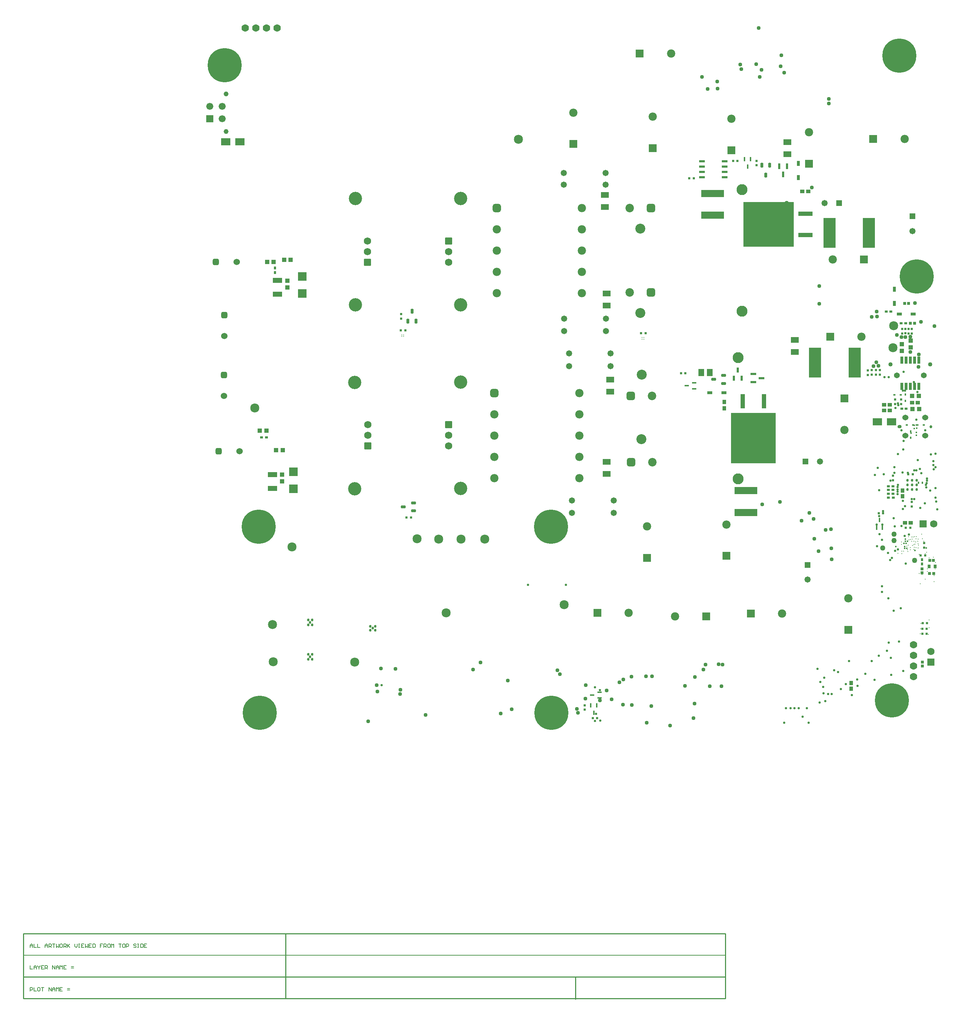
<source format=gbs>
G04*
G04 #@! TF.GenerationSoftware,Altium Limited,Altium Designer,24.3.1 (35)*
G04*
G04 Layer_Color=16711935*
%FSAX25Y25*%
%MOIN*%
G70*
G04*
G04 #@! TF.SameCoordinates,8ECB5597-4BEE-4FB2-8F1C-C82D3C8D71A6*
G04*
G04*
G04 #@! TF.FilePolarity,Negative*
G04*
G01*
G75*
%ADD13C,0.01000*%
%ADD16C,0.00800*%
%ADD18C,0.00600*%
%ADD38R,0.02200X0.02000*%
%ADD39R,0.04375X0.01775*%
%ADD67R,0.02600X0.02000*%
%ADD79R,0.02200X0.02800*%
%ADD80R,0.02000X0.02400*%
%ADD100R,0.03740X0.04432*%
%ADD108C,0.01300*%
%ADD120R,0.02400X0.02000*%
%ADD121R,0.04432X0.03740*%
%ADD123R,0.02000X0.02600*%
%ADD131R,0.04800X0.03000*%
%ADD136R,0.02000X0.02200*%
%ADD138R,0.02800X0.02200*%
%ADD142R,0.01800X0.02200*%
%ADD144R,0.03098X0.02783*%
%ADD145R,0.03098X0.02783*%
%ADD146R,0.04437X0.04240*%
%ADD180R,0.09161X0.04831*%
%ADD182R,0.02600X0.02800*%
%ADD184R,0.04240X0.04437*%
%ADD189R,0.07783X0.05618*%
%ADD190R,0.05500X0.06800*%
G04:AMPARAMS|DCode=194|XSize=28.62mil|YSize=44.37mil|CornerRadius=8.41mil|HoleSize=0mil|Usage=FLASHONLY|Rotation=180.000|XOffset=0mil|YOffset=0mil|HoleType=Round|Shape=RoundedRectangle|*
%AMROUNDEDRECTD194*
21,1,0.02862,0.02756,0,0,180.0*
21,1,0.01181,0.04437,0,0,180.0*
1,1,0.01681,-0.00591,0.01378*
1,1,0.01681,0.00591,0.01378*
1,1,0.01681,0.00591,-0.01378*
1,1,0.01681,-0.00591,-0.01378*
%
%ADD194ROUNDEDRECTD194*%
%ADD195R,0.02783X0.03098*%
%ADD196R,0.02783X0.03098*%
%ADD197R,0.21366X0.06799*%
G04:AMPARAMS|DCode=201|XSize=28.62mil|YSize=44.37mil|CornerRadius=8.41mil|HoleSize=0mil|Usage=FLASHONLY|Rotation=270.000|XOffset=0mil|YOffset=0mil|HoleType=Round|Shape=RoundedRectangle|*
%AMROUNDEDRECTD201*
21,1,0.02862,0.02756,0,0,270.0*
21,1,0.01181,0.04437,0,0,270.0*
1,1,0.01681,-0.01378,-0.00591*
1,1,0.01681,-0.01378,0.00591*
1,1,0.01681,0.01378,0.00591*
1,1,0.01681,0.01378,-0.00591*
%
%ADD201ROUNDEDRECTD201*%
%ADD202C,0.31996*%
%ADD203C,0.06996*%
G04:AMPARAMS|DCode=204|XSize=77.83mil|YSize=77.83mil|CornerRadius=20.71mil|HoleSize=0mil|Usage=FLASHONLY|Rotation=0.000|XOffset=0mil|YOffset=0mil|HoleType=Round|Shape=RoundedRectangle|*
%AMROUNDEDRECTD204*
21,1,0.07783,0.03642,0,0,0.0*
21,1,0.03642,0.07783,0,0,0.0*
1,1,0.04142,0.01821,-0.01821*
1,1,0.04142,-0.01821,-0.01821*
1,1,0.04142,-0.01821,0.01821*
1,1,0.04142,0.01821,0.01821*
%
%ADD204ROUNDEDRECTD204*%
%ADD205C,0.07783*%
%ADD206C,0.06012*%
G04:AMPARAMS|DCode=207|XSize=60.12mil|YSize=60.12mil|CornerRadius=16.28mil|HoleSize=0mil|Usage=FLASHONLY|Rotation=270.000|XOffset=0mil|YOffset=0mil|HoleType=Round|Shape=RoundedRectangle|*
%AMROUNDEDRECTD207*
21,1,0.06012,0.02756,0,0,270.0*
21,1,0.02756,0.06012,0,0,270.0*
1,1,0.03256,-0.01378,-0.01378*
1,1,0.03256,-0.01378,0.01378*
1,1,0.03256,0.01378,0.01378*
1,1,0.03256,0.01378,-0.01378*
%
%ADD207ROUNDEDRECTD207*%
%ADD208C,0.05000*%
G04:AMPARAMS|DCode=209|XSize=79.8mil|YSize=79.8mil|CornerRadius=21.2mil|HoleSize=0mil|Usage=FLASHONLY|Rotation=0.000|XOffset=0mil|YOffset=0mil|HoleType=Round|Shape=RoundedRectangle|*
%AMROUNDEDRECTD209*
21,1,0.07980,0.03740,0,0,0.0*
21,1,0.03740,0.07980,0,0,0.0*
1,1,0.04240,0.01870,-0.01870*
1,1,0.04240,-0.01870,-0.01870*
1,1,0.04240,-0.01870,0.01870*
1,1,0.04240,0.01870,0.01870*
%
%ADD209ROUNDEDRECTD209*%
%ADD210C,0.07980*%
%ADD211C,0.05413*%
%ADD212C,0.04004*%
%ADD213C,0.05815*%
%ADD214C,0.08500*%
%ADD215C,0.06799*%
G04:AMPARAMS|DCode=216|XSize=67.99mil|YSize=67.99mil|CornerRadius=10.37mil|HoleSize=0mil|Usage=FLASHONLY|Rotation=180.000|XOffset=0mil|YOffset=0mil|HoleType=Round|Shape=RoundedRectangle|*
%AMROUNDEDRECTD216*
21,1,0.06799,0.04724,0,0,180.0*
21,1,0.04724,0.06799,0,0,180.0*
1,1,0.02075,-0.02362,0.02362*
1,1,0.02075,0.02362,0.02362*
1,1,0.02075,0.02362,-0.02362*
1,1,0.02075,-0.02362,-0.02362*
%
%ADD216ROUNDEDRECTD216*%
%ADD217R,0.06819X0.06819*%
%ADD218C,0.06819*%
%ADD219R,0.06584X0.06584*%
%ADD220C,0.06584*%
%ADD221C,0.04616*%
%ADD222R,0.07783X0.07783*%
%ADD223C,0.07783*%
%ADD224R,0.05815X0.05815*%
%ADD225C,0.12508*%
%ADD226C,0.02744*%
%ADD227O,0.06012X0.05028*%
%ADD228C,0.09358*%
%ADD229C,0.10343*%
G04:AMPARAMS|DCode=230|XSize=60.12mil|YSize=60.12mil|CornerRadius=16.28mil|HoleSize=0mil|Usage=FLASHONLY|Rotation=0.000|XOffset=0mil|YOffset=0mil|HoleType=Round|Shape=RoundedRectangle|*
%AMROUNDEDRECTD230*
21,1,0.06012,0.02756,0,0,0.0*
21,1,0.02756,0.06012,0,0,0.0*
1,1,0.03256,0.01378,-0.01378*
1,1,0.03256,-0.01378,-0.01378*
1,1,0.03256,-0.01378,0.01378*
1,1,0.03256,0.01378,0.01378*
%
%ADD230ROUNDEDRECTD230*%
%ADD231R,0.07783X0.07783*%
%ADD232R,0.05815X0.05815*%
%ADD233R,0.06819X0.06819*%
%ADD234C,0.02100*%
%ADD235C,0.01500*%
%ADD236C,0.02468*%
%ADD237C,0.03700*%
%ADD238C,0.01700*%
%ADD286C,0.01000*%
%ADD291R,0.02800X0.03700*%
%ADD292R,0.02400X0.01400*%
%ADD293R,0.05600X0.02200*%
%ADD294R,0.02200X0.05000*%
%ADD295R,0.05750X0.02100*%
%ADD296R,0.08600X0.06500*%
%ADD299R,0.11400X0.28000*%
%ADD302R,0.13800X0.04100*%
%ADD303R,0.47400X0.42200*%
%ADD304R,0.03740X0.03959*%
%ADD305R,0.01775X0.04375*%
%ADD306R,0.03000X0.04800*%
%ADD307R,0.03959X0.03740*%
%ADD308R,0.02200X0.05600*%
%ADD309R,0.04100X0.13800*%
%ADD310R,0.42200X0.47400*%
%ADD311R,0.01400X0.02400*%
%ADD314R,0.08374X0.08374*%
%ADD315R,0.02862X0.06799*%
G36*
X0863760Y0576250D02*
X0863681Y0576254D01*
X0863602Y0576265D01*
X0863524Y0576277D01*
X0863445Y0576297D01*
X0863370Y0576321D01*
X0863295Y0576348D01*
X0863220Y0576376D01*
X0863150Y0576411D01*
X0863079Y0576450D01*
X0863012Y0576490D01*
X0862949Y0576537D01*
X0862886Y0576584D01*
X0862823Y0576636D01*
X0862768Y0576691D01*
X0862713Y0576746D01*
X0862661Y0576809D01*
X0862614Y0576872D01*
X0862567Y0576935D01*
X0862527Y0577006D01*
X0862488Y0577072D01*
X0862453Y0577143D01*
X0862425Y0577218D01*
X0862398Y0577293D01*
X0862374Y0577368D01*
X0862354Y0577447D01*
X0862342Y0577525D01*
X0862331Y0577604D01*
X0862327Y0577683D01*
X0862323Y0577762D01*
X0862327Y0577840D01*
X0862331Y0577919D01*
X0862342Y0577998D01*
X0862354Y0578077D01*
X0862374Y0578155D01*
X0862398Y0578230D01*
X0862425Y0578305D01*
X0862453Y0578380D01*
X0862488Y0578450D01*
X0862527Y0578517D01*
X0862567Y0578588D01*
X0862614Y0578651D01*
X0862661Y0578714D01*
X0862713Y0578777D01*
X0862768Y0578832D01*
X0862823Y0578888D01*
X0862886Y0578939D01*
X0862949Y0578986D01*
X0863012Y0579033D01*
X0863079Y0579073D01*
X0863150Y0579112D01*
X0863220Y0579147D01*
X0863295Y0579175D01*
X0863370Y0579202D01*
X0863445Y0579226D01*
X0863524Y0579246D01*
X0863602Y0579258D01*
X0863681Y0579269D01*
X0863760Y0579273D01*
X0863838Y0579277D01*
X0864626D01*
X0864705Y0579273D01*
X0864783Y0579269D01*
X0864862Y0579258D01*
X0864941Y0579246D01*
X0865020Y0579226D01*
X0865094Y0579202D01*
X0865169Y0579175D01*
X0865244Y0579147D01*
X0865315Y0579112D01*
X0865386Y0579073D01*
X0865453Y0579033D01*
X0865516Y0578986D01*
X0865579Y0578939D01*
X0865642Y0578888D01*
X0865697Y0578832D01*
X0865752Y0578777D01*
X0865803Y0578714D01*
X0865850Y0578651D01*
X0865898Y0578588D01*
X0865937Y0578521D01*
X0865976Y0578450D01*
X0866012Y0578380D01*
X0866039Y0578305D01*
X0866067Y0578230D01*
X0866090Y0578155D01*
X0866110Y0578077D01*
X0866122Y0577998D01*
X0866134Y0577919D01*
X0866138Y0577840D01*
X0866142Y0577762D01*
X0866138Y0577683D01*
X0866134Y0577604D01*
X0866122Y0577525D01*
X0866110Y0577447D01*
X0866090Y0577368D01*
X0866067Y0577293D01*
X0866039Y0577218D01*
X0866012Y0577143D01*
X0865976Y0577072D01*
X0865937Y0577006D01*
X0865898Y0576935D01*
X0865850Y0576872D01*
X0865803Y0576809D01*
X0865752Y0576746D01*
X0865697Y0576691D01*
X0865642Y0576636D01*
X0865579Y0576584D01*
X0865516Y0576537D01*
X0865453Y0576490D01*
X0865382Y0576450D01*
X0865315Y0576411D01*
X0865244Y0576376D01*
X0865169Y0576348D01*
X0865094Y0576321D01*
X0865020Y0576297D01*
X0864941Y0576277D01*
X0864862Y0576265D01*
X0864783Y0576254D01*
X0864705Y0576250D01*
X0864626Y0576246D01*
X0863838D01*
X0863760Y0576250D01*
D02*
G37*
G54D13*
X0559400Y0039400D02*
Y0059683D01*
X0440500Y0040050D02*
X0700200D01*
Y0101050D01*
X0286500Y0040050D02*
Y0101050D01*
X0040000Y0040050D02*
Y0101050D01*
X0040050Y0040050D02*
X0197600D01*
X0040050D02*
Y0101050D01*
Y0101050D02*
X0700200D01*
X0040000Y0040050D02*
X0440500D01*
X0040000Y0060383D02*
X0700000D01*
G54D16*
X0040000Y0080717D02*
X0700200D01*
G54D18*
X0046350Y0071049D02*
Y0067551D01*
X0048683D01*
X0049849D02*
Y0069883D01*
X0051015Y0071049D01*
X0052181Y0069883D01*
Y0067551D01*
Y0069300D01*
X0049849D01*
X0053348Y0071049D02*
Y0070466D01*
X0054514Y0069300D01*
X0055680Y0070466D01*
Y0071049D01*
X0054514Y0069300D02*
Y0067551D01*
X0059179Y0071049D02*
X0056847D01*
Y0067551D01*
X0059179D01*
X0056847Y0069300D02*
X0058013D01*
X0060346Y0067551D02*
Y0071049D01*
X0062095D01*
X0062678Y0070466D01*
Y0069300D01*
X0062095Y0068717D01*
X0060346D01*
X0061512D02*
X0062678Y0067551D01*
X0067343D02*
Y0071049D01*
X0069676Y0067551D01*
Y0071049D01*
X0070842Y0067551D02*
Y0069883D01*
X0072008Y0071049D01*
X0073175Y0069883D01*
Y0067551D01*
Y0069300D01*
X0070842D01*
X0074341Y0067551D02*
Y0071049D01*
X0075507Y0069883D01*
X0076674Y0071049D01*
Y0067551D01*
X0080172Y0071049D02*
X0077840D01*
Y0067551D01*
X0080172D01*
X0077840Y0069300D02*
X0079006D01*
X0084838Y0068717D02*
X0087170D01*
X0084838Y0069883D02*
X0087170D01*
X0046350Y0046966D02*
Y0050465D01*
X0048099D01*
X0048683Y0049882D01*
Y0048716D01*
X0048099Y0048133D01*
X0046350D01*
X0049849Y0050465D02*
Y0046966D01*
X0052181D01*
X0055097Y0050465D02*
X0053931D01*
X0053348Y0049882D01*
Y0047550D01*
X0053931Y0046966D01*
X0055097D01*
X0055680Y0047550D01*
Y0049882D01*
X0055097Y0050465D01*
X0056847D02*
X0059179D01*
X0058013D01*
Y0046966D01*
X0063844D02*
Y0050465D01*
X0066177Y0046966D01*
Y0050465D01*
X0067343Y0046966D02*
Y0049299D01*
X0068510Y0050465D01*
X0069676Y0049299D01*
Y0046966D01*
Y0048716D01*
X0067343D01*
X0070842Y0046966D02*
Y0050465D01*
X0072008Y0049299D01*
X0073175Y0050465D01*
Y0046966D01*
X0076674Y0050465D02*
X0074341D01*
Y0046966D01*
X0076674D01*
X0074341Y0048716D02*
X0075507D01*
X0081339Y0048133D02*
X0083671D01*
X0081339Y0049299D02*
X0083671D01*
X0046350Y0087833D02*
Y0090166D01*
X0047516Y0091332D01*
X0048683Y0090166D01*
Y0087833D01*
Y0089583D01*
X0046350D01*
X0049849Y0091332D02*
Y0087833D01*
X0052181D01*
X0053348Y0091332D02*
Y0087833D01*
X0055680D01*
X0060346D02*
Y0090166D01*
X0061512Y0091332D01*
X0062678Y0090166D01*
Y0087833D01*
Y0089583D01*
X0060346D01*
X0063844Y0087833D02*
Y0091332D01*
X0065594D01*
X0066177Y0090749D01*
Y0089583D01*
X0065594Y0089000D01*
X0063844D01*
X0065011D02*
X0066177Y0087833D01*
X0067343Y0091332D02*
X0069676D01*
X0068510D01*
Y0087833D01*
X0070842Y0091332D02*
Y0087833D01*
X0072008Y0089000D01*
X0073175Y0087833D01*
Y0091332D01*
X0076090D02*
X0074924D01*
X0074341Y0090749D01*
Y0088416D01*
X0074924Y0087833D01*
X0076090D01*
X0076674Y0088416D01*
Y0090749D01*
X0076090Y0091332D01*
X0077840Y0087833D02*
Y0091332D01*
X0079589D01*
X0080172Y0090749D01*
Y0089583D01*
X0079589Y0089000D01*
X0077840D01*
X0079006D02*
X0080172Y0087833D01*
X0081339Y0091332D02*
Y0087833D01*
Y0089000D01*
X0083671Y0091332D01*
X0081922Y0089583D01*
X0083671Y0087833D01*
X0088336Y0091332D02*
Y0089000D01*
X0089503Y0087833D01*
X0090669Y0089000D01*
Y0091332D01*
X0091835D02*
X0093002D01*
X0092418D01*
Y0087833D01*
X0091835D01*
X0093002D01*
X0097084Y0091332D02*
X0094751D01*
Y0087833D01*
X0097084D01*
X0094751Y0089583D02*
X0095917D01*
X0098250Y0091332D02*
Y0087833D01*
X0099416Y0089000D01*
X0100583Y0087833D01*
Y0091332D01*
X0104081D02*
X0101749D01*
Y0087833D01*
X0104081D01*
X0101749Y0089583D02*
X0102915D01*
X0105248Y0091332D02*
Y0087833D01*
X0106997D01*
X0107580Y0088416D01*
Y0090749D01*
X0106997Y0091332D01*
X0105248D01*
X0114578D02*
X0112245D01*
Y0089583D01*
X0113412D01*
X0112245D01*
Y0087833D01*
X0115744D02*
Y0091332D01*
X0117494D01*
X0118077Y0090749D01*
Y0089583D01*
X0117494Y0089000D01*
X0115744D01*
X0116911D02*
X0118077Y0087833D01*
X0120993Y0091332D02*
X0119826D01*
X0119243Y0090749D01*
Y0088416D01*
X0119826Y0087833D01*
X0120993D01*
X0121576Y0088416D01*
Y0090749D01*
X0120993Y0091332D01*
X0122742Y0087833D02*
Y0091332D01*
X0123908Y0090166D01*
X0125075Y0091332D01*
Y0087833D01*
X0129740Y0091332D02*
X0132072D01*
X0130906D01*
Y0087833D01*
X0134988Y0091332D02*
X0133822D01*
X0133239Y0090749D01*
Y0088416D01*
X0133822Y0087833D01*
X0134988D01*
X0135571Y0088416D01*
Y0090749D01*
X0134988Y0091332D01*
X0136738Y0087833D02*
Y0091332D01*
X0138487D01*
X0139070Y0090749D01*
Y0089583D01*
X0138487Y0089000D01*
X0136738D01*
X0146068Y0090749D02*
X0145485Y0091332D01*
X0144318D01*
X0143735Y0090749D01*
Y0090166D01*
X0144318Y0089583D01*
X0145485D01*
X0146068Y0089000D01*
Y0088416D01*
X0145485Y0087833D01*
X0144318D01*
X0143735Y0088416D01*
X0147234Y0091332D02*
X0148400D01*
X0147817D01*
Y0087833D01*
X0147234D01*
X0148400D01*
X0150150Y0091332D02*
Y0087833D01*
X0151899D01*
X0152482Y0088416D01*
Y0090749D01*
X0151899Y0091332D01*
X0150150D01*
X0155981D02*
X0153649D01*
Y0087833D01*
X0155981D01*
X0153649Y0089583D02*
X0154815D01*
G54D38*
X0567889Y0315645D02*
D03*
Y0311645D02*
D03*
X0729689Y0823745D02*
D03*
Y0827745D02*
D03*
G54D39*
X0575046Y0325245D02*
D03*
X0582132Y0322489D02*
D03*
Y0328001D02*
D03*
X0670989Y0618945D02*
D03*
Y0613433D02*
D03*
X0663902Y0616189D02*
D03*
G54D67*
X0865489Y0674845D02*
D03*
X0869889D02*
D03*
X0853589Y0518245D02*
D03*
X0857989D02*
D03*
X0853589Y0521645D02*
D03*
X0857989D02*
D03*
X0853789Y0510845D02*
D03*
X0858189D02*
D03*
X0856089Y0685845D02*
D03*
X0851689D02*
D03*
X0264089Y0567745D02*
D03*
X0268489D02*
D03*
X0858089Y0514545D02*
D03*
X0853689D02*
D03*
G54D79*
X0885389Y0448595D02*
D03*
Y0452695D02*
D03*
G54D80*
X0858086Y0527392D02*
D03*
Y0531692D02*
D03*
X0869597Y0669777D02*
D03*
Y0665477D02*
D03*
X0841989Y0626695D02*
D03*
Y0630995D02*
D03*
X0875589Y0502595D02*
D03*
Y0506895D02*
D03*
X0834224Y0626406D02*
D03*
Y0630706D02*
D03*
X0845641Y0630932D02*
D03*
Y0626632D02*
D03*
X0866772Y0665257D02*
D03*
Y0669557D02*
D03*
X0872679Y0665257D02*
D03*
Y0669557D02*
D03*
X0838089Y0626595D02*
D03*
Y0630895D02*
D03*
X0875687Y0669740D02*
D03*
Y0665441D02*
D03*
X0887189Y0468395D02*
D03*
Y0464095D02*
D03*
X0859989Y0603345D02*
D03*
Y0599045D02*
D03*
X0865489Y0603195D02*
D03*
Y0598895D02*
D03*
X0395289Y0679395D02*
D03*
Y0683695D02*
D03*
G54D100*
X0866889Y0512276D02*
D03*
Y0517613D02*
D03*
X0818489Y0336713D02*
D03*
Y0331376D02*
D03*
G54D108*
X0866128Y0467031D02*
D03*
X0872886Y0471187D02*
D03*
X0885135Y0476664D02*
D03*
X0865931Y0469279D02*
D03*
X0882767Y0439759D02*
D03*
X0896643Y0437501D02*
D03*
X0885272Y0438691D02*
D03*
X0875647Y0474044D02*
D03*
X0872747Y0474299D02*
D03*
X0876001Y0472044D02*
D03*
X0876863Y0474031D02*
D03*
X0878289Y0474345D02*
D03*
X0874447Y0471796D02*
D03*
X0879889Y0474345D02*
D03*
X0881300Y0469933D02*
D03*
X0891466Y0382253D02*
D03*
X0876276Y0466003D02*
D03*
X0891989Y0388499D02*
D03*
Y0395969D02*
D03*
X0887159Y0464352D02*
D03*
X0888219Y0458182D02*
D03*
X0877895Y0464310D02*
D03*
X0881625Y0463795D02*
D03*
X0879611Y0464080D02*
D03*
X0882040Y0466310D02*
D03*
X0886989Y0469897D02*
D03*
X0881648Y0472133D02*
D03*
X0879421Y0469294D02*
D03*
X0882770Y0457690D02*
D03*
X0883659Y0456884D02*
D03*
X0889672Y0459490D02*
D03*
X0885507Y0472300D02*
D03*
X0881691Y0467520D02*
D03*
X0877486Y0469937D02*
D03*
X0874261Y0464077D02*
D03*
X0874181Y0462126D02*
D03*
X0878804Y0467241D02*
D03*
X0870918Y0465277D02*
D03*
X0862557Y0458777D02*
D03*
X0871961Y0460435D02*
D03*
X0866222Y0460612D02*
D03*
X0866457Y0458377D02*
D03*
X0895958Y0455019D02*
D03*
X0890289Y0441645D02*
D03*
X0877797Y0462425D02*
D03*
X0871682Y0462092D02*
D03*
X0879689Y0472145D02*
D03*
X0872425Y0466311D02*
D03*
X0892050Y0454207D02*
D03*
X0897815Y0449976D02*
D03*
X0890390Y0443971D02*
D03*
X0877584Y0466573D02*
D03*
X0875486Y0469937D02*
D03*
X0888287Y0434203D02*
D03*
X0868032Y0460517D02*
D03*
X0883783Y0383012D02*
D03*
X0884336Y0392783D02*
D03*
X0883995Y0387585D02*
D03*
X0897499Y0444116D02*
D03*
X0883718Y0430033D02*
D03*
X0896803Y0431833D02*
D03*
G54D120*
X0872247Y0532950D02*
D03*
X0876547D02*
D03*
X0874239Y0482645D02*
D03*
X0869939D02*
D03*
X0888401Y0456720D02*
D03*
X0884101D02*
D03*
X0620839Y0665545D02*
D03*
X0625139D02*
D03*
X0399339Y0668170D02*
D03*
X0395039D02*
D03*
X0400389Y0492245D02*
D03*
X0404689D02*
D03*
X0670539Y0811345D02*
D03*
X0666239D02*
D03*
G54D121*
X0881157Y0600445D02*
D03*
X0875821D02*
D03*
X0869421Y0487145D02*
D03*
X0874757D02*
D03*
X0849621Y0598445D02*
D03*
X0854957D02*
D03*
X0849720Y0592845D02*
D03*
X0855058D02*
D03*
G54D123*
X0276489Y0722645D02*
D03*
Y0727045D02*
D03*
G54D131*
X0685689Y0609545D02*
D03*
X0698889D02*
D03*
X0863870Y0683584D02*
D03*
X0877070D02*
D03*
G54D136*
X0707689Y0827745D02*
D03*
X0711689D02*
D03*
X0885858Y0392844D02*
D03*
X0889858D02*
D03*
X0889489Y0382945D02*
D03*
X0885489D02*
D03*
Y0387645D02*
D03*
X0889489D02*
D03*
X0848789Y0496245D02*
D03*
X0844789D02*
D03*
X0579789Y0303645D02*
D03*
X0575789D02*
D03*
X0658489Y0627845D02*
D03*
X0662489D02*
D03*
G54D138*
X0866139Y0594745D02*
D03*
X0870239D02*
D03*
G54D142*
X0885799Y0524875D02*
D03*
X0882099D02*
D03*
G54D144*
X0885289Y0440216D02*
D03*
X0885589Y0356374D02*
D03*
G54D145*
X0885289Y0444074D02*
D03*
X0885589Y0352516D02*
D03*
G54D146*
X0876339Y0594145D02*
D03*
X0882639D02*
D03*
X0275439Y0732545D02*
D03*
X0269139D02*
D03*
X0285152Y0734674D02*
D03*
X0291451D02*
D03*
X0277652Y0555516D02*
D03*
X0283951D02*
D03*
X0262239Y0573945D02*
D03*
X0268539D02*
D03*
X0875839Y0606645D02*
D03*
X0882139D02*
D03*
G54D180*
X0278889Y0702449D02*
D03*
Y0715441D02*
D03*
X0274235Y0532594D02*
D03*
Y0519602D02*
D03*
G54D182*
X0892639Y0451845D02*
D03*
X0895939D02*
D03*
G54D184*
X0288389Y0708795D02*
D03*
Y0715095D02*
D03*
X0283389Y0526295D02*
D03*
Y0532594D02*
D03*
X0874489Y0652446D02*
D03*
Y0658745D02*
D03*
X0866189Y0655395D02*
D03*
Y0649095D02*
D03*
G54D189*
X0765489Y0647836D02*
D03*
Y0659254D02*
D03*
X0588489Y0702953D02*
D03*
Y0691536D02*
D03*
X0586889Y0795553D02*
D03*
Y0784136D02*
D03*
X0591912Y0622121D02*
D03*
Y0610703D02*
D03*
X0588489Y0533336D02*
D03*
Y0544754D02*
D03*
X0758489Y0845354D02*
D03*
Y0833936D02*
D03*
G54D190*
X0685589Y0628545D02*
D03*
X0677589D02*
D03*
G54D194*
X0405529Y0686394D02*
D03*
X0401789Y0676945D02*
D03*
X0409269D02*
D03*
X0734649Y0823769D02*
D03*
X0742129D02*
D03*
X0738389Y0814320D02*
D03*
G54D195*
X0878318Y0674945D02*
D03*
X0872799Y0693484D02*
D03*
X0892460Y0439645D02*
D03*
G54D196*
X0874460Y0674945D02*
D03*
X0868941Y0693484D02*
D03*
X0896318Y0439645D02*
D03*
G54D197*
X0688389Y0797081D02*
D03*
Y0776609D02*
D03*
X0719789Y0517581D02*
D03*
Y0497109D02*
D03*
G54D201*
X0689140Y0622185D02*
D03*
X0698589Y0618445D02*
D03*
Y0625925D02*
D03*
X0397365Y0502245D02*
D03*
X0406813Y0498505D02*
D03*
Y0505985D02*
D03*
G54D202*
X0229289Y0917545D02*
D03*
X0536489Y0308745D02*
D03*
X0261289Y0483645D02*
D03*
X0880189Y0719045D02*
D03*
X0863889Y0926645D02*
D03*
X0857089Y0320145D02*
D03*
X0536389Y0483645D02*
D03*
X0262289Y0308745D02*
D03*
G54D203*
X0248689Y0952545D02*
D03*
X0258689D02*
D03*
X0268689D02*
D03*
X0278689D02*
D03*
X0877189Y0342545D02*
D03*
Y0352545D02*
D03*
Y0362545D02*
D03*
Y0372545D02*
D03*
G54D204*
X0485289Y0783345D02*
D03*
X0483089Y0609145D02*
D03*
G54D205*
X0485289Y0763345D02*
D03*
Y0743345D02*
D03*
Y0723345D02*
D03*
Y0703345D02*
D03*
X0565289D02*
D03*
Y0723345D02*
D03*
Y0743345D02*
D03*
Y0763345D02*
D03*
Y0783345D02*
D03*
X0563089Y0609145D02*
D03*
Y0589145D02*
D03*
Y0569145D02*
D03*
Y0549145D02*
D03*
Y0529145D02*
D03*
X0483089D02*
D03*
Y0549145D02*
D03*
Y0569145D02*
D03*
Y0589145D02*
D03*
G54D206*
X0228689Y0606602D02*
D03*
X0240689Y0732745D02*
D03*
X0243332Y0554687D02*
D03*
X0228889Y0662945D02*
D03*
G54D207*
X0228689Y0626287D02*
D03*
X0228889Y0682630D02*
D03*
G54D208*
X0878189Y0452045D02*
D03*
X0848189Y0463545D02*
D03*
X0858989Y0470545D02*
D03*
Y0476545D02*
D03*
G54D209*
X0611789Y0544445D02*
D03*
X0630389Y0703845D02*
D03*
Y0783345D02*
D03*
X0611189Y0606745D02*
D03*
G54D210*
X0631789Y0544445D02*
D03*
X0610389Y0703845D02*
D03*
Y0783345D02*
D03*
X0631189Y0606745D02*
D03*
G54D211*
X0861489Y0625945D02*
D03*
X0887080D02*
D03*
G54D212*
X0855583Y0636378D02*
D03*
X0892985D02*
D03*
G54D213*
X0595235Y0508194D02*
D03*
X0555943D02*
D03*
X0793599Y0788045D02*
D03*
X0587935Y0679145D02*
D03*
X0548643D02*
D03*
X0587935Y0667645D02*
D03*
X0548643D02*
D03*
X0548443Y0805245D02*
D03*
X0587735D02*
D03*
X0548343Y0816345D02*
D03*
X0587635D02*
D03*
X0592435Y0646594D02*
D03*
X0553143D02*
D03*
X0592435Y0634594D02*
D03*
X0553143D02*
D03*
X0555943Y0496695D02*
D03*
X0595235D02*
D03*
X0876189Y0761755D02*
D03*
X0789389Y0544845D02*
D03*
X0777489Y0433955D02*
D03*
G54D214*
X0505689Y0848045D02*
D03*
X0292794Y0464548D02*
D03*
X0275105Y0356801D02*
D03*
X0410389Y0472145D02*
D03*
X0474089Y0471845D02*
D03*
X0430489D02*
D03*
X0451489Y0471945D02*
D03*
X0437719Y0402576D02*
D03*
X0351489Y0356145D02*
D03*
X0257489Y0595445D02*
D03*
X0274305Y0391598D02*
D03*
X0858489Y0672645D02*
D03*
X0858089Y0652045D02*
D03*
X0548489Y0410145D02*
D03*
G54D215*
X0363878Y0579760D02*
D03*
Y0569760D02*
D03*
X0363789Y0752445D02*
D03*
Y0742445D02*
D03*
X0439889Y0732445D02*
D03*
Y0742445D02*
D03*
X0439978Y0559760D02*
D03*
Y0569760D02*
D03*
G54D216*
X0363878Y0559760D02*
D03*
X0363789Y0732445D02*
D03*
X0439889Y0752445D02*
D03*
X0439978Y0579760D02*
D03*
G54D217*
X0886389Y0486145D02*
D03*
G54D218*
X0896389D02*
D03*
X0893489Y0366445D02*
D03*
G54D219*
X0215278Y0867145D02*
D03*
G54D220*
Y0878956D02*
D03*
X0227089Y0867145D02*
D03*
Y0878956D02*
D03*
G54D221*
X0230790Y0855334D02*
D03*
Y0890767D02*
D03*
G54D222*
X0798925Y0662445D02*
D03*
X0619761Y0928745D02*
D03*
X0682389Y0399445D02*
D03*
X0839361Y0848245D02*
D03*
X0830753Y0734845D02*
D03*
X0579925Y0402745D02*
D03*
X0724261Y0401845D02*
D03*
G54D223*
X0828453Y0662445D02*
D03*
X0649289Y0928745D02*
D03*
X0705889Y0867309D02*
D03*
X0631889Y0869209D02*
D03*
X0626789Y0483945D02*
D03*
X0652861Y0399445D02*
D03*
X0701189Y0485773D02*
D03*
X0868889Y0848245D02*
D03*
X0801225Y0734845D02*
D03*
X0812189Y0574781D02*
D03*
X0815989Y0416272D02*
D03*
X0778889Y0854645D02*
D03*
X0557389Y0873073D02*
D03*
X0609453Y0402745D02*
D03*
X0753789Y0401845D02*
D03*
G54D224*
X0807379Y0788045D02*
D03*
X0775609Y0544845D02*
D03*
G54D225*
X0351789Y0619345D02*
D03*
Y0519345D02*
D03*
X0352389Y0792445D02*
D03*
Y0692445D02*
D03*
X0451189D02*
D03*
Y0792445D02*
D03*
X0451278Y0619760D02*
D03*
Y0519760D02*
D03*
G54D226*
X0893760Y0577762D02*
D03*
G54D227*
X0888445Y0569297D02*
D03*
X0869547D02*
D03*
X0888445Y0586226D02*
D03*
X0869547D02*
D03*
G54D228*
X0621289Y0565845D02*
D03*
X0620389Y0684645D02*
D03*
X0621489Y0626645D02*
D03*
X0620389Y0764045D02*
D03*
G54D229*
X0712389Y0528558D02*
D03*
Y0642732D02*
D03*
X0715989Y0800531D02*
D03*
Y0686358D02*
D03*
G54D230*
X0221004Y0732745D02*
D03*
X0223646Y0554687D02*
D03*
G54D231*
X0705889Y0837781D02*
D03*
X0631889Y0839681D02*
D03*
X0626789Y0454417D02*
D03*
X0701189Y0456245D02*
D03*
X0812189Y0604309D02*
D03*
X0815989Y0386745D02*
D03*
X0778889Y0825117D02*
D03*
X0557389Y0843545D02*
D03*
G54D232*
X0876189Y0775535D02*
D03*
X0777489Y0447735D02*
D03*
G54D233*
X0893489Y0356445D02*
D03*
G54D234*
X0866132Y0574153D02*
D03*
X0867632Y0556276D02*
D03*
X0881260Y0546256D02*
D03*
X0847730Y0471463D02*
D03*
X0883394Y0537916D02*
D03*
X0862589Y0599645D02*
D03*
X0880826Y0610304D02*
D03*
X0842789Y0485745D02*
D03*
X0870017Y0448991D02*
D03*
X0889904Y0526839D02*
D03*
X0868985Y0475058D02*
D03*
X0872847Y0476298D02*
D03*
X0883501Y0501377D02*
D03*
X0889088Y0522817D02*
D03*
X0889500Y0524774D02*
D03*
X0889960Y0528893D02*
D03*
X0889354Y0520645D02*
D03*
X0887987Y0505480D02*
D03*
X0853161Y0458954D02*
D03*
X0755489Y0299245D02*
D03*
X0778793Y0299264D02*
D03*
X0773125Y0305065D02*
D03*
X0765346Y0312891D02*
D03*
X0769283Y0312906D02*
D03*
X0757289Y0313045D02*
D03*
X0761489D02*
D03*
X0777126Y0313103D02*
D03*
X0877815Y0536648D02*
D03*
X0879814Y0536570D02*
D03*
X0840808Y0532392D02*
D03*
X0843054Y0465420D02*
D03*
X0786963Y0349855D02*
D03*
X0853989Y0374645D02*
D03*
X0897905Y0520112D02*
D03*
X0898593Y0507460D02*
D03*
X0898018Y0510938D02*
D03*
X0884789Y0534102D02*
D03*
X0899489Y0500045D02*
D03*
X0893126Y0517737D02*
D03*
X0863720Y0375769D02*
D03*
X0852389Y0367045D02*
D03*
X0867728Y0348130D02*
D03*
X0862370Y0518694D02*
D03*
X0862233Y0514368D02*
D03*
X0862314Y0516654D02*
D03*
X0862429Y0520883D02*
D03*
X0855223Y0452388D02*
D03*
X0862737Y0523004D02*
D03*
X0792380Y0333090D02*
D03*
X0802768Y0348569D02*
D03*
X0816512Y0357222D02*
D03*
X0806289Y0346945D02*
D03*
X0867289Y0500245D02*
D03*
X0867347Y0611571D02*
D03*
X0869446Y0611503D02*
D03*
X0860405Y0595362D02*
D03*
X0863075Y0598032D02*
D03*
X0859147Y0539697D02*
D03*
Y0534181D02*
D03*
X0879989Y0584345D02*
D03*
X0888316Y0574259D02*
D03*
X0867889Y0564145D02*
D03*
X0855698Y0527049D02*
D03*
X0875773Y0509557D02*
D03*
X0869331Y0502857D02*
D03*
X0872094Y0534453D02*
D03*
X0866948Y0534481D02*
D03*
X0862534Y0552116D02*
D03*
X0867319Y0508069D02*
D03*
X0877965Y0509613D02*
D03*
X0895903Y0545224D02*
D03*
X0792789Y0326845D02*
D03*
X0793389Y0341545D02*
D03*
X0789715Y0337609D02*
D03*
X0862589Y0462345D02*
D03*
X0860089Y0460845D02*
D03*
X0853783Y0416162D02*
D03*
X0582384Y0330092D02*
D03*
X0578745Y0307707D02*
D03*
X0848713Y0498366D02*
D03*
X0865889Y0484145D02*
D03*
X0550301Y0428837D02*
D03*
X0514561Y0429067D02*
D03*
X0847974Y0485733D02*
D03*
X0844897Y0493654D02*
D03*
X0847688Y0422204D02*
D03*
Y0427783D02*
D03*
X0858778Y0491639D02*
D03*
X0893554Y0551751D02*
D03*
X0898012Y0552430D02*
D03*
X0800229Y0326170D02*
D03*
X0794185Y0319666D02*
D03*
X0796853Y0326277D02*
D03*
X0577522Y0332560D02*
D03*
X0577745Y0300897D02*
D03*
X0582481Y0301288D02*
D03*
X0376882Y0334686D02*
D03*
X0858739Y0404778D02*
D03*
X0809135Y0331135D02*
D03*
X0813799Y0335746D02*
D03*
X0837847Y0357247D02*
D03*
X0844792Y0362448D02*
D03*
X0856155Y0344141D02*
D03*
X0840689Y0339545D02*
D03*
X0831864Y0345374D02*
D03*
X0824315Y0339940D02*
D03*
X0824561Y0333883D02*
D03*
X0819189Y0325245D02*
D03*
X0788989Y0318445D02*
D03*
X0877770Y0619770D02*
D03*
X0867889Y0629445D02*
D03*
X0849889Y0624445D02*
D03*
X0854089Y0624345D02*
D03*
X0865389Y0406945D02*
D03*
X0849436Y0532891D02*
D03*
X0856852Y0454315D02*
D03*
X0855895Y0360355D02*
D03*
X0897949Y0539542D02*
D03*
X0896139Y0537545D02*
D03*
X0845232Y0476736D02*
D03*
X0859789Y0484045D02*
D03*
X0844819Y0518121D02*
D03*
X0895936Y0541657D02*
D03*
X0843489Y0539045D02*
D03*
G54D235*
X0871588Y0469951D02*
D03*
X0874834Y0571648D02*
D03*
X0869712Y0470135D02*
D03*
X0870209Y0468083D02*
D03*
X0869649Y0471888D02*
D03*
X0868316Y0467807D02*
D03*
X0878079Y0578885D02*
D03*
X0880162Y0576159D02*
D03*
X0878022Y0575991D02*
D03*
X0879900Y0579321D02*
D03*
X0879828Y0569766D02*
D03*
X0879859Y0572202D02*
D03*
G54D236*
X0880329Y0518733D02*
D03*
X0875998D02*
D03*
X0871668D02*
D03*
X0880329Y0523064D02*
D03*
X0875998D02*
D03*
X0871668D02*
D03*
X0880329Y0527394D02*
D03*
X0875998D02*
D03*
X0871668D02*
D03*
X0308016Y0396048D02*
D03*
Y0391323D02*
D03*
X0311559D02*
D03*
Y0396048D02*
D03*
X0309788Y0393686D02*
D03*
X0368701Y0388206D02*
D03*
X0366339Y0389978D02*
D03*
X0371063D02*
D03*
Y0386434D02*
D03*
X0366339D02*
D03*
X0309788Y0361298D02*
D03*
X0311559Y0363660D02*
D03*
Y0358936D02*
D03*
X0308016D02*
D03*
Y0363660D02*
D03*
G54D237*
X0783183Y0490947D02*
D03*
X0755717Y0910546D02*
D03*
X0729358Y0918698D02*
D03*
X0779284Y0496573D02*
D03*
X0788565Y0693316D02*
D03*
X0788776Y0710083D02*
D03*
X0842565Y0685979D02*
D03*
X0837981Y0680854D02*
D03*
X0842865Y0681279D02*
D03*
X0874237Y0647965D02*
D03*
X0794785Y0480565D02*
D03*
X0788138Y0460477D02*
D03*
X0799889Y0463445D02*
D03*
X0799789Y0481145D02*
D03*
X0800383Y0453041D02*
D03*
X0771989Y0489445D02*
D03*
X0681789Y0353974D02*
D03*
X0751699Y0506932D02*
D03*
X0734837Y0504699D02*
D03*
X0600758Y0337450D02*
D03*
X0604261Y0340077D02*
D03*
X0685757Y0333752D02*
D03*
X0752940Y0926964D02*
D03*
X0784132Y0472150D02*
D03*
X0752236Y0916789D02*
D03*
X0734304Y0913330D02*
D03*
X0697776Y0353867D02*
D03*
X0679590Y0349353D02*
D03*
X0693989Y0354445D02*
D03*
X0696584Y0333540D02*
D03*
X0797789Y0881505D02*
D03*
Y0885945D02*
D03*
X0732619Y0906781D02*
D03*
X0731689Y0952745D02*
D03*
X0582355Y0320257D02*
D03*
X0874453Y0662265D02*
D03*
X0869665Y0661946D02*
D03*
X0866065Y0661879D02*
D03*
X0662332Y0333894D02*
D03*
X0861729Y0664084D02*
D03*
X0844418Y0634894D02*
D03*
X0839781Y0634498D02*
D03*
X0692682Y0902436D02*
D03*
X0757989Y0788145D02*
D03*
X0781489Y0802545D02*
D03*
X0719644Y0750474D02*
D03*
X0761444Y0750174D02*
D03*
X0719644Y0787274D02*
D03*
X0884170Y0676284D02*
D03*
X0878714Y0694061D02*
D03*
X0376189Y0350445D02*
D03*
X0389889Y0350045D02*
D03*
X0372390Y0334762D02*
D03*
X0499387Y0312072D02*
D03*
X0561589Y0308545D02*
D03*
X0897013Y0672362D02*
D03*
X0882028Y0633918D02*
D03*
X0882235Y0645587D02*
D03*
X0842243Y0638178D02*
D03*
X0418236Y0306541D02*
D03*
X0364360Y0300801D02*
D03*
X0372896Y0328476D02*
D03*
X0394371Y0326370D02*
D03*
X0394508Y0330393D02*
D03*
X0470000Y0355846D02*
D03*
X0462928Y0349463D02*
D03*
X0489011Y0307997D02*
D03*
X0495761Y0339040D02*
D03*
X0560789Y0312445D02*
D03*
X0544721Y0344932D02*
D03*
X0542315Y0348569D02*
D03*
X0568694Y0322022D02*
D03*
X0568883Y0334587D02*
D03*
X0588534Y0329485D02*
D03*
X0593258Y0321313D02*
D03*
X0604076Y0316211D02*
D03*
X0630718Y0315125D02*
D03*
X0612295Y0315928D02*
D03*
X0611823Y0342476D02*
D03*
X0625663Y0343090D02*
D03*
X0626192Y0299456D02*
D03*
X0648197Y0296658D02*
D03*
X0671789Y0342445D02*
D03*
X0631175Y0343093D02*
D03*
X0670270Y0303651D02*
D03*
X0671189Y0317245D02*
D03*
X0678432Y0906670D02*
D03*
X0693051Y0895670D02*
D03*
X0715258Y0913873D02*
D03*
X0683799Y0895368D02*
D03*
X0714208Y0918373D02*
D03*
G54D238*
X0868957Y0465111D02*
D03*
X0889397Y0463498D02*
D03*
X0860739Y0465024D02*
D03*
X0870943Y0463335D02*
D03*
X0868932Y0463322D02*
D03*
X0878798Y0461337D02*
D03*
G54D286*
X0397489Y0664045D02*
D03*
X0395914D02*
D03*
X0397489Y0662470D02*
D03*
X0395914D02*
D03*
X0623576Y0661532D02*
D03*
X0622002D02*
D03*
X0623576Y0659958D02*
D03*
X0622002D02*
D03*
G54D291*
X0892039Y0446445D02*
D03*
X0897539D02*
D03*
G54D292*
X0870989Y0579145D02*
D03*
X0876889D02*
D03*
X0865189Y0607545D02*
D03*
X0859289D02*
D03*
X0886939Y0579245D02*
D03*
X0881039D02*
D03*
G54D293*
X0734389Y0623445D02*
D03*
X0726789Y0627195D02*
D03*
Y0619695D02*
D03*
G54D294*
X0711889Y0630945D02*
D03*
X0708287Y0623345D02*
D03*
X0715491D02*
D03*
G54D295*
X0699689Y0812345D02*
D03*
Y0817345D02*
D03*
Y0822345D02*
D03*
Y0827345D02*
D03*
X0678239D02*
D03*
Y0822345D02*
D03*
Y0817345D02*
D03*
Y0812345D02*
D03*
G54D296*
X0856589Y0582345D02*
D03*
X0843189D02*
D03*
X0230189Y0845745D02*
D03*
X0243589D02*
D03*
G54D299*
X0821839Y0637945D02*
D03*
X0784739D02*
D03*
X0798339Y0759945D02*
D03*
X0835439D02*
D03*
G54D302*
X0775589Y0757945D02*
D03*
Y0777945D02*
D03*
G54D303*
X0740889Y0767945D02*
D03*
G54D304*
X0699189Y0600810D02*
D03*
Y0595080D02*
D03*
G54D305*
X0848045Y0482802D02*
D03*
X0842533D02*
D03*
X0845289Y0489888D02*
D03*
X0576489Y0308502D02*
D03*
X0579245Y0315588D02*
D03*
X0573733D02*
D03*
X0718389Y0829345D02*
D03*
X0723901D02*
D03*
X0721145Y0822258D02*
D03*
G54D306*
X0859370Y0693684D02*
D03*
Y0706884D02*
D03*
X0769089Y0825245D02*
D03*
Y0812045D02*
D03*
G54D307*
X0778354Y0799045D02*
D03*
X0772624D02*
D03*
G54D308*
X0754589Y0814945D02*
D03*
X0758339Y0822545D02*
D03*
X0750839D02*
D03*
G54D309*
X0716589Y0601745D02*
D03*
X0736589D02*
D03*
G54D310*
X0726589Y0567045D02*
D03*
G54D311*
X0869689Y0607995D02*
D03*
Y0602095D02*
D03*
X0874589Y0567295D02*
D03*
Y0573195D02*
D03*
G54D314*
X0293889Y0535145D02*
D03*
Y0519397D02*
D03*
X0302189Y0703080D02*
D03*
Y0718828D02*
D03*
G54D315*
X0866410Y0640216D02*
D03*
Y0615610D02*
D03*
X0870347Y0640216D02*
D03*
Y0615610D02*
D03*
X0874284Y0640216D02*
D03*
Y0615610D02*
D03*
X0878221Y0640216D02*
D03*
Y0615610D02*
D03*
X0882158Y0640216D02*
D03*
Y0615610D02*
D03*
M02*

</source>
